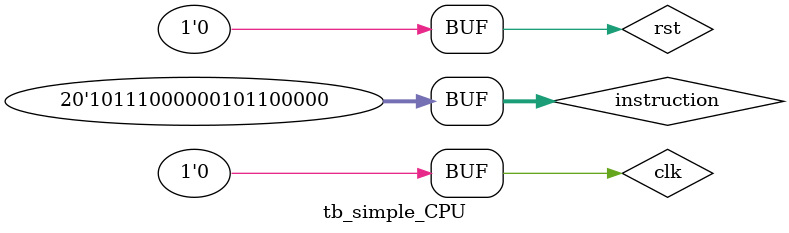
<source format=v>
`timescale 1ns / 1ps
 
module tb_simple_CPU;
       
    parameter DATA_WIDTH = 8; //8 bit wide data
    parameter ADDR_BITS = 5; //32 Addresses
    parameter INSTR_WIDTH =20; //20b instruction
   
    reg clk, rst;
    reg [INSTR_WIDTH-1:0] instruction;

    
    simple_cpu #(DATA_WIDTH,ADDR_BITS,INSTR_WIDTH) SCPU_DUT(clk, rst, instruction);
    
    initial begin
        clk = 1'b1;
        rst = 1'b1;
        instruction = 20'd0;
        repeat(3) #1 clk=!clk;
        rst = 1'b0;
        repeat(2) #1 clk=!clk;
                
                
        /*Info on the simple CPU:
            * Reset sets regfile = [0,1,2,3]
            * ADD = opcode 0, SUB = opcode 1  
        */
            
                                        //ADD:    reg0  = reg1 + reg3   //1+3=4
        //In the instruction this is:    (instr)  (X1)    (X2)   (X3)  
        instruction = 20'b01000111000000000000;
        repeat(8) #1 clk=!clk; //4 rising edges
        
                                        //ADD:    reg1  = reg0 + reg3   //4+3=7
        //In the instruction this is:    (instr)  (X1)    (X2)   (X3)
        instruction = 20'b01010011000000000000;
        repeat(6) #1 clk=!clk; 
                
                                         //SUB:   reg3  = reg0 - reg2  //4-2=2  
       //In the instruction this is:    (instr)  (X1)    (X2)   (X3) 
        instruction = 20'b01110010000000000001;
        repeat(6) #1 clk=!clk;
        
                                         //STORE_R:   DATA_MEM(reg2 + 15) = reg1  //DATA_MEM(2+15)=7  
        //In the instruction this is:    (instr)               (X2)         (X1)
        instruction = 20'b11011000000011110000;
        repeat(6) #1 clk=!clk;
        
                                           //STORE_R:   DATA_MEM(reg3 + 20) = reg0  //DATA_MEM(2+20)= 4  
        //In the instruction this is:    (instr)                 (X2)         (X1)
        instruction = 20'b11001100000101100000;
        repeat(6) #1 clk=!clk;

                                           //LOAD_R:   DATA_MEM(reg2 + 15) = reg3  //reg3 = DATA_MEM(2+15)  -> reg3 becomes 7  
        //In the instruction this is:    (instr)                (X2)         (X1)
        instruction = 20'b10111000000011110000;
        repeat(7) #1 clk=!clk;
        
                                             //LOAD_R:   DATA_MEM(reg3 + 20) = reg0  //DATA_MEM(2+20)= 4  
        //In the instruction this is:    (instr)                 (X2)         (X1)
        instruction = 20'b10111000000101100000;
        repeat(7) #1 clk=!clk;

    end
    
    
endmodule

</source>
